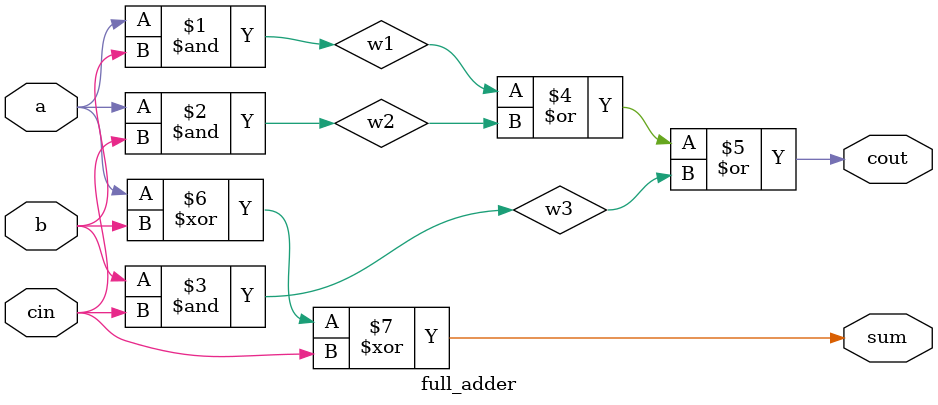
<source format=v>
module full_adder (
  a,
  b,
  cin,
  sum,
  cout
);

  input a, b, cin;
  output sum, cout;

  wire w1, w2, w3;
  and(w1, a, b);
  and(w2, a, cin);
  and(w3, b, cin);
  or(cout, w1, w2, w3);
  xor(sum, a, b, cin);

endmodule
  
</source>
